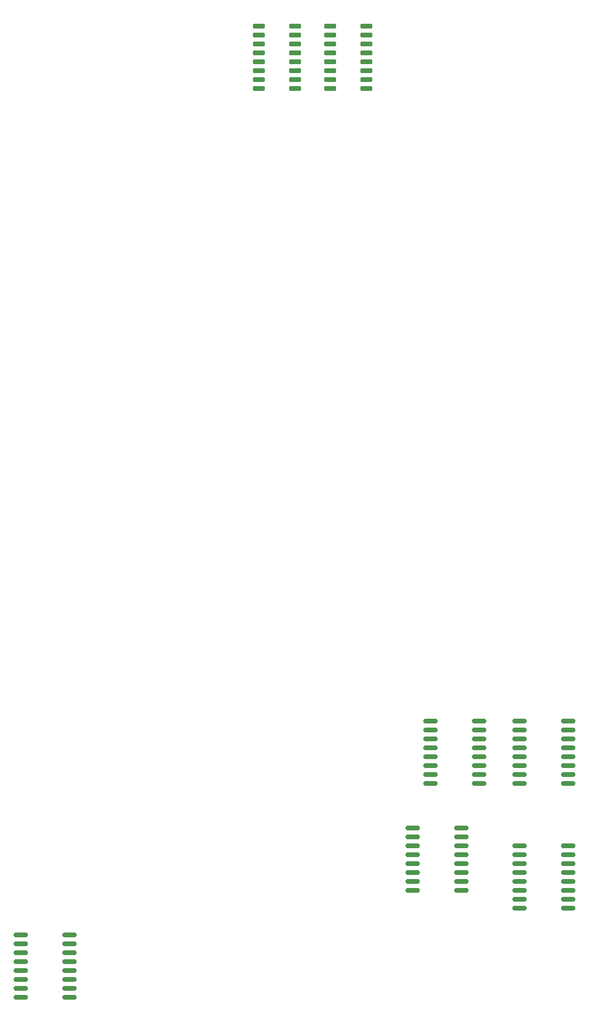
<source format=gbr>
%TF.GenerationSoftware,KiCad,Pcbnew,(6.0.2)*%
%TF.CreationDate,2022-02-20T21:17:01+01:00*%
%TF.ProjectId,z80,7a38302e-6b69-4636-9164-5f7063625858,rev?*%
%TF.SameCoordinates,Original*%
%TF.FileFunction,Paste,Top*%
%TF.FilePolarity,Positive*%
%FSLAX46Y46*%
G04 Gerber Fmt 4.6, Leading zero omitted, Abs format (unit mm)*
G04 Created by KiCad (PCBNEW (6.0.2)) date 2022-02-20 21:17:01*
%MOMM*%
%LPD*%
G01*
G04 APERTURE LIST*
G04 Aperture macros list*
%AMRoundRect*
0 Rectangle with rounded corners*
0 $1 Rounding radius*
0 $2 $3 $4 $5 $6 $7 $8 $9 X,Y pos of 4 corners*
0 Add a 4 corners polygon primitive as box body*
4,1,4,$2,$3,$4,$5,$6,$7,$8,$9,$2,$3,0*
0 Add four circle primitives for the rounded corners*
1,1,$1+$1,$2,$3*
1,1,$1+$1,$4,$5*
1,1,$1+$1,$6,$7*
1,1,$1+$1,$8,$9*
0 Add four rect primitives between the rounded corners*
20,1,$1+$1,$2,$3,$4,$5,0*
20,1,$1+$1,$4,$5,$6,$7,0*
20,1,$1+$1,$6,$7,$8,$9,0*
20,1,$1+$1,$8,$9,$2,$3,0*%
G04 Aperture macros list end*
%ADD10RoundRect,0.150000X-0.837500X-0.150000X0.837500X-0.150000X0.837500X0.150000X-0.837500X0.150000X0*%
%ADD11RoundRect,0.150000X-0.725000X-0.150000X0.725000X-0.150000X0.725000X0.150000X-0.725000X0.150000X0*%
G04 APERTURE END LIST*
D10*
%TO.C,U22*%
X123537500Y-150495000D03*
X123537500Y-151765000D03*
X123537500Y-153035000D03*
X123537500Y-154305000D03*
X123537500Y-155575000D03*
X123537500Y-156845000D03*
X123537500Y-158115000D03*
X123537500Y-159385000D03*
X130462500Y-159385000D03*
X130462500Y-158115000D03*
X130462500Y-156845000D03*
X130462500Y-155575000D03*
X130462500Y-154305000D03*
X130462500Y-153035000D03*
X130462500Y-151765000D03*
X130462500Y-150495000D03*
%TD*%
%TO.C,U12*%
X126077500Y-135255000D03*
X126077500Y-136525000D03*
X126077500Y-137795000D03*
X126077500Y-139065000D03*
X126077500Y-140335000D03*
X126077500Y-141605000D03*
X126077500Y-142875000D03*
X126077500Y-144145000D03*
X133002500Y-144145000D03*
X133002500Y-142875000D03*
X133002500Y-141605000D03*
X133002500Y-140335000D03*
X133002500Y-139065000D03*
X133002500Y-137795000D03*
X133002500Y-136525000D03*
X133002500Y-135255000D03*
%TD*%
%TO.C,U13*%
X138777500Y-135255000D03*
X138777500Y-136525000D03*
X138777500Y-137795000D03*
X138777500Y-139065000D03*
X138777500Y-140335000D03*
X138777500Y-141605000D03*
X138777500Y-142875000D03*
X138777500Y-144145000D03*
X145702500Y-144145000D03*
X145702500Y-142875000D03*
X145702500Y-141605000D03*
X145702500Y-140335000D03*
X145702500Y-139065000D03*
X145702500Y-137795000D03*
X145702500Y-136525000D03*
X145702500Y-135255000D03*
%TD*%
%TO.C,U23*%
X138777500Y-153035000D03*
X138777500Y-154305000D03*
X138777500Y-155575000D03*
X138777500Y-156845000D03*
X138777500Y-158115000D03*
X138777500Y-159385000D03*
X138777500Y-160655000D03*
X138777500Y-161925000D03*
X145702500Y-161925000D03*
X145702500Y-160655000D03*
X145702500Y-159385000D03*
X145702500Y-158115000D03*
X145702500Y-156845000D03*
X145702500Y-155575000D03*
X145702500Y-154305000D03*
X145702500Y-153035000D03*
%TD*%
%TO.C,U18*%
X67657500Y-165735000D03*
X67657500Y-167005000D03*
X67657500Y-168275000D03*
X67657500Y-169545000D03*
X67657500Y-170815000D03*
X67657500Y-172085000D03*
X67657500Y-173355000D03*
X67657500Y-174625000D03*
X74582500Y-174625000D03*
X74582500Y-173355000D03*
X74582500Y-172085000D03*
X74582500Y-170815000D03*
X74582500Y-169545000D03*
X74582500Y-168275000D03*
X74582500Y-167005000D03*
X74582500Y-165735000D03*
%TD*%
D11*
%TO.C,U2*%
X111725000Y-36195000D03*
X111725000Y-37465000D03*
X111725000Y-38735000D03*
X111725000Y-40005000D03*
X111725000Y-41275000D03*
X111725000Y-42545000D03*
X111725000Y-43815000D03*
X111725000Y-45085000D03*
X116875000Y-45085000D03*
X116875000Y-43815000D03*
X116875000Y-42545000D03*
X116875000Y-41275000D03*
X116875000Y-40005000D03*
X116875000Y-38735000D03*
X116875000Y-37465000D03*
X116875000Y-36195000D03*
%TD*%
%TO.C,U1*%
X101565000Y-36195000D03*
X101565000Y-37465000D03*
X101565000Y-38735000D03*
X101565000Y-40005000D03*
X101565000Y-41275000D03*
X101565000Y-42545000D03*
X101565000Y-43815000D03*
X101565000Y-45085000D03*
X106715000Y-45085000D03*
X106715000Y-43815000D03*
X106715000Y-42545000D03*
X106715000Y-41275000D03*
X106715000Y-40005000D03*
X106715000Y-38735000D03*
X106715000Y-37465000D03*
X106715000Y-36195000D03*
%TD*%
M02*

</source>
